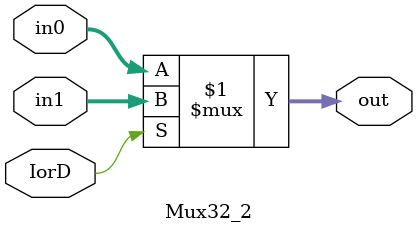
<source format=sv>
module Mux32_2 (input logic [31:0] in0, in1,
                input logic IorD,
                output logic [31:0] out);

assign out = (IorD) ? (in1):(in0);

endmodule: Mux32_2
</source>
